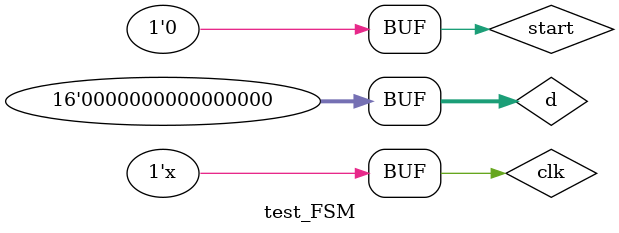
<source format=sv>
`timescale 1ns/1ps

module test_FSM ();

	// set up variables
	logic clk, start;
	logic [15:0] d;
	wire done;
	
	// dut 
	FSM fsm(clk, start, d, done);
	
	// initialize clock
	always #10 clk = ~clk;
	
	
	initial
	begin
		// initialize every variables
		clk = 1'b0;
		start = 1'b0;
		d = 16'b111111110000000;
		#40
		
		// drive to state S0
		start = 1'b1;
		#40
		
		// let out increase 
		start = 1'b0;
		#200
		
		// restart then let finish
		start = 1'b1;
		#100
		start = 1'b0;
		d = 16'b0000000000000000;
		#500;
	end
endmodule
</source>
